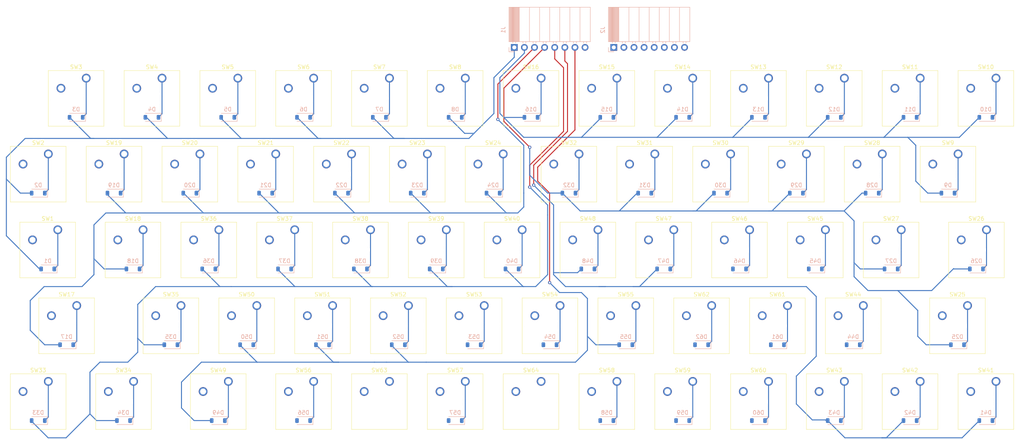
<source format=kicad_pcb>
(kicad_pcb (version 20221018) (generator pcbnew)

  (general
    (thickness 1.6)
  )

  (paper "A3")
  (layers
    (0 "F.Cu" signal)
    (31 "B.Cu" signal)
    (32 "B.Adhes" user "B.Adhesive")
    (33 "F.Adhes" user "F.Adhesive")
    (34 "B.Paste" user)
    (35 "F.Paste" user)
    (36 "B.SilkS" user "B.Silkscreen")
    (37 "F.SilkS" user "F.Silkscreen")
    (38 "B.Mask" user)
    (39 "F.Mask" user)
    (40 "Dwgs.User" user "User.Drawings")
    (41 "Cmts.User" user "User.Comments")
    (42 "Eco1.User" user "User.Eco1")
    (43 "Eco2.User" user "User.Eco2")
    (44 "Edge.Cuts" user)
    (45 "Margin" user)
    (46 "B.CrtYd" user "B.Courtyard")
    (47 "F.CrtYd" user "F.Courtyard")
    (48 "B.Fab" user)
    (49 "F.Fab" user)
    (50 "User.1" user)
    (51 "User.2" user)
    (52 "User.3" user)
    (53 "User.4" user)
    (54 "User.5" user)
    (55 "User.6" user)
    (56 "User.7" user)
    (57 "User.8" user)
    (58 "User.9" user)
  )

  (setup
    (pad_to_mask_clearance 0)
    (pcbplotparams
      (layerselection 0x00010fc_ffffffff)
      (plot_on_all_layers_selection 0x0000000_00000000)
      (disableapertmacros false)
      (usegerberextensions false)
      (usegerberattributes true)
      (usegerberadvancedattributes true)
      (creategerberjobfile true)
      (dashed_line_dash_ratio 12.000000)
      (dashed_line_gap_ratio 3.000000)
      (svgprecision 4)
      (plotframeref false)
      (viasonmask false)
      (mode 1)
      (useauxorigin false)
      (hpglpennumber 1)
      (hpglpenspeed 20)
      (hpglpendiameter 15.000000)
      (dxfpolygonmode true)
      (dxfimperialunits true)
      (dxfusepcbnewfont true)
      (psnegative false)
      (psa4output false)
      (plotreference true)
      (plotvalue true)
      (plotinvisibletext false)
      (sketchpadsonfab false)
      (subtractmaskfromsilk false)
      (outputformat 1)
      (mirror false)
      (drillshape 1)
      (scaleselection 1)
      (outputdirectory "")
    )
  )

  (net 0 "")
  (net 1 "Net-(D1-K)")
  (net 2 "Net-(D1-A)")
  (net 3 "Net-(D2-K)")
  (net 4 "Net-(D3-K)")
  (net 5 "Net-(D4-K)")
  (net 6 "Net-(D5-K)")
  (net 7 "Net-(D6-K)")
  (net 8 "Net-(D7-K)")
  (net 9 "Net-(D8-K)")
  (net 10 "Net-(D9-K)")
  (net 11 "Net-(D10-A)")
  (net 12 "Net-(D10-K)")
  (net 13 "Net-(D11-K)")
  (net 14 "Net-(D12-K)")
  (net 15 "Net-(D13-K)")
  (net 16 "Net-(D14-K)")
  (net 17 "Net-(D15-K)")
  (net 18 "Net-(D16-K)")
  (net 19 "Net-(D17-K)")
  (net 20 "Net-(D17-A)")
  (net 21 "Net-(D18-K)")
  (net 22 "Net-(D19-K)")
  (net 23 "Net-(D20-K)")
  (net 24 "Net-(D21-K)")
  (net 25 "Net-(D22-K)")
  (net 26 "Net-(D23-K)")
  (net 27 "Net-(D24-K)")
  (net 28 "Net-(D25-K)")
  (net 29 "Net-(D25-A)")
  (net 30 "Net-(D26-K)")
  (net 31 "Net-(D27-K)")
  (net 32 "Net-(D28-K)")
  (net 33 "Net-(D29-K)")
  (net 34 "Net-(D30-K)")
  (net 35 "Net-(D31-K)")
  (net 36 "Net-(D32-K)")
  (net 37 "Net-(D33-K)")
  (net 38 "Net-(D33-A)")
  (net 39 "Net-(D34-K)")
  (net 40 "Net-(D35-K)")
  (net 41 "Net-(D36-K)")
  (net 42 "Net-(D37-K)")
  (net 43 "Net-(D38-K)")
  (net 44 "Net-(D39-K)")
  (net 45 "Net-(D40-K)")
  (net 46 "Net-(D41-K)")
  (net 47 "Net-(D41-A)")
  (net 48 "Net-(D42-K)")
  (net 49 "Net-(D43-K)")
  (net 50 "Net-(D44-K)")
  (net 51 "Net-(D45-K)")
  (net 52 "Net-(D46-K)")
  (net 53 "Net-(D47-K)")
  (net 54 "Net-(D48-K)")
  (net 55 "Net-(D49-K)")
  (net 56 "Net-(D49-A)")
  (net 57 "Net-(D50-K)")
  (net 58 "Net-(D51-K)")
  (net 59 "Net-(D52-K)")
  (net 60 "Net-(D53-K)")
  (net 61 "Net-(D54-K)")
  (net 62 "Net-(D55-K)")
  (net 63 "Net-(D56-K)")
  (net 64 "Net-(D56-A)")
  (net 65 "Net-(D57-K)")
  (net 66 "Net-(D58-K)")
  (net 67 "Net-(D59-K)")
  (net 68 "Net-(D60-K)")
  (net 69 "Net-(D61-K)")
  (net 70 "Net-(D62-K)")
  (net 71 "Net-(J2-Pin_1)")
  (net 72 "Net-(J2-Pin_2)")
  (net 73 "Net-(J2-Pin_3)")
  (net 74 "Net-(J2-Pin_4)")
  (net 75 "Net-(J2-Pin_5)")
  (net 76 "Net-(J2-Pin_6)")
  (net 77 "Net-(J2-Pin_7)")
  (net 78 "Net-(J2-Pin_8)")
  (net 79 "unconnected-(SW63-Pad1)")
  (net 80 "unconnected-(SW63-Pad2)")
  (net 81 "unconnected-(SW64-Pad1)")
  (net 82 "unconnected-(SW64-Pad2)")

  (footprint "Button_Switch_Keyboard:SW_Cherry_MX_1.00u_PCB" (layer "F.Cu") (at 205.26375 197.32625))

  (footprint "Button_Switch_Keyboard:SW_Cherry_MX_1.25u_PCB" (layer "F.Cu") (at 140.97 197.32625))

  (footprint "Button_Switch_Keyboard:SW_Cherry_MX_1.00u_PCB" (layer "F.Cu") (at 333.85125 159.22625))

  (footprint "Button_Switch_Keyboard:SW_Cherry_MX_1.75u_PCB" (layer "F.Cu") (at 350.52 178.27625))

  (footprint "Button_Switch_Keyboard:SW_Cherry_MX_1.00u_PCB" (layer "F.Cu") (at 243.36375 197.32625))

  (footprint "Button_Switch_Keyboard:SW_Cherry_MX_1.00u_PCB" (layer "F.Cu") (at 229.07625 178.27625))

  (footprint "Button_Switch_Keyboard:SW_Cherry_MX_1.00u_PCB" (layer "F.Cu") (at 214.78875 140.17625))

  (footprint "Button_Switch_Keyboard:SW_Cherry_MX_1.00u_PCB" (layer "F.Cu") (at 157.63875 140.17625))

  (footprint "Button_Switch_Keyboard:SW_Cherry_MX_1.00u_PCB" (layer "F.Cu") (at 167.16375 121.12625))

  (footprint "Button_Switch_Keyboard:SW_Cherry_MX_1.00u_PCB" (layer "F.Cu") (at 276.70125 159.22625))

  (footprint "Button_Switch_Keyboard:SW_Cherry_MX_1.00u_PCB" (layer "F.Cu") (at 286.22625 178.27625))

  (footprint "Button_Switch_Keyboard:SW_Cherry_MX_1.00u_PCB" (layer "F.Cu") (at 262.41375 197.32625))

  (footprint "Button_Switch_Keyboard:SW_Cherry_MX_1.00u_PCB" (layer "F.Cu") (at 252.88875 140.17625))

  (footprint "Button_Switch_Keyboard:SW_Cherry_MX_1.75u_PCB" (layer "F.Cu") (at 126.6825 178.27625))

  (footprint "Button_Switch_Keyboard:SW_Cherry_MX_1.00u_PCB" (layer "F.Cu") (at 248.12625 178.27625))

  (footprint "Button_Switch_Keyboard:SW_Cherry_MX_1.00u_PCB" (layer "F.Cu") (at 181.45125 159.22625))

  (footprint "Button_Switch_Keyboard:SW_Cherry_MX_1.25u_PCB" (layer "F.Cu") (at 355.2825 159.22625))

  (footprint "Button_Switch_Keyboard:SW_Cherry_MX_1.00u_PCB" (layer "F.Cu") (at 310.03875 140.17625))

  (footprint "Button_Switch_Keyboard:SW_Cherry_MX_1.00u_PCB" (layer "F.Cu") (at 233.83875 140.17625))

  (footprint "Button_Switch_Keyboard:SW_Cherry_MX_1.00u_PCB" (layer "F.Cu") (at 324.32625 178.27625))

  (footprint "Button_Switch_Keyboard:SW_Cherry_MX_1.00u_PCB" (layer "F.Cu") (at 143.35125 159.22625))

  (footprint "Button_Switch_Keyboard:SW_Cherry_MX_1.00u_PCB" (layer "F.Cu") (at 238.60125 159.22625))

  (footprint "Button_Switch_Keyboard:SW_Cherry_MX_1.00u_PCB" (layer "F.Cu") (at 210.02625 178.27625))

  (footprint "Button_Switch_Keyboard:SW_Cherry_MX_1.00u_PCB" (layer "F.Cu") (at 171.92625 178.27625))

  (footprint "Button_Switch_Keyboard:SW_Cherry_MX_1.00u_PCB" (layer "F.Cu") (at 319.56375 121.12625))

  (footprint "Button_Switch_Keyboard:SW_Cherry_MX_1.00u_PCB" (layer "F.Cu") (at 186.21375 121.12625))

  (footprint "Button_Switch_Keyboard:SW_Cherry_MX_1.00u_PCB" (layer "F.Cu") (at 357.66375 197.32625))

  (footprint "Button_Switch_Keyboard:SW_Cherry_MX_1.00u_PCB" (layer "F.Cu") (at 224.31375 121.12625))

  (footprint "Button_Switch_Keyboard:SW_Cherry_MX_1.00u_PCB" (layer "F.Cu") (at 205.26375 121.12625))

  (footprint "Button_Switch_Keyboard:SW_Cherry_MX_1.00u_PCB" (layer "F.Cu") (at 119.53875 140.17625))

  (footprint "Button_Switch_Keyboard:SW_Cherry_MX_1.00u_PCB" (layer "F.Cu") (at 267.17625 178.27625))

  (footprint "Button_Switch_Keyboard:SW_Cherry_MX_1.00u_PCB" (layer "F.Cu") (at 290.98875 140.17625))

  (footprint "Button_Switch_Keyboard:SW_Cherry_MX_1.00u_PCB" (layer "F.Cu") (at 129.06375 121.12625))

  (footprint "Button_Switch_Keyboard:SW_Cherry_MX_1.00u_PCB" (layer "F.Cu") (at 319.56375 197.32625))

  (footprint "Button_Switch_Keyboard:SW_Cherry_MX_1.00u_PCB" (layer "F.Cu") (at 300.51375 197.32625))

  (footprint "Button_Switch_Keyboard:SW_Cherry_MX_1.00u_PCB" (layer "F.Cu") (at 271.93875 140.17625))

  (footprint "Button_Switch_Keyboard:SW_Cherry_MX_1.00u_PCB" (layer "F.Cu") (at 314.80125 159.22625))

  (footprint "Button_Switch_Keyboard:SW_Cherry_MX_1.00u_PCB" (layer "F.Cu") (at 348.13875 140.17625))

  (footprint "Button_Switch_Keyboard:SW_Cherry_MX_1.00u_PCB" (layer "F.Cu") (at 257.65125 159.22625))

  (footprint "Button_Switch_Keyboard:SW_Cherry_MX_1.00u_PCB" (layer "F.Cu") (at 300.51375 121.12625))

  (footprint "Button_Switch_Keyboard:SW_Cherry_MX_1.00u_PCB" (layer "F.Cu") (at 186.21375 197.32625))

  (footprint "Button_Switch_Keyboard:SW_Cherry_MX_1.25u_PCB" (layer "F.Cu")
    (tstamp a18bf5f9-e788-40ba-a91b-8b2efda1b6be)
    (at 121.92 159.22625)
    (descr "Cherry MX keyswitch, 1.25u, PCB mount, http://cherryamericas.com/wp-content/uploads/2014/12/mx_cat.pdf")
    (tags "Cherry MX keyswitch 1.25u PCB")
    (property "Sheetfile" "xantronix-z32.kicad_sch")
    (property "Sheetname" "")
    (property "ki_description" "Push button switch, generic, two pins")
    (property "ki_keywords" "switch normally-open pushbutton push-button")
    (path "/e76b9ee1-537d-4bb2-9fff-78ac2d601e07")
    (attr through_hole)
    (fp_text reference "SW1" (at -2.54 -2.794) (layer "F.SilkS")
        (effects (font (size 1 1) (thickness 0.15)))
      (tstamp 988b5319-14e2-4359-ac6a-47497a8c684a)
    )
    (fp_text value "SW_Push" (at -2.54 12.954) (layer "F.Fab")
        (effects (font (size 1 1) (thickness 0.15)))
      (tstamp c92f2bee-9db2-41b7-b81e-c0d25e6d89fc)
    )
    (fp_text user "${REFERENCE}" (at -2.54 -2.794) (layer "F.Fab")
        (effects (font (size 1 1) (thickness 0.15)))
      (tstamp 96fcb291-c433-4814-a3cf-a51eefbe09fd)
    )
    (fp_line (start -9.525 -1.905) (end 4.445 -1.905)
      (stroke (width 0.12) (type solid)) (layer "F.SilkS") (tstamp ea20c24e-61ef-41f6-88e3-7b6c070ddc32))
    (fp_line (start -9.525 12.065) (end -9.525 -1.905)
      (stroke (width 0.12) (type solid)) (layer "F.SilkS") (tstamp 5fa4a84d-75ae-4d2d-ad9e-48ce7698578c))
    (fp_line (start 4.445 -1.905) (end 4.445 12.065)
      (stroke (width 0.12) (type solid)) (layer "F.SilkS") (tstamp 66253bf2-e5b4-427d-8b4a-3b8b468bbcec))
    (fp_line (start 4.445 12.065) (end -9.525 12.065)
      (stroke (width 0.12) (type solid)) (layer "F.SilkS") (tstamp 9312d933-0465-43c2-a620-93c215eef9e7))
    (fp_line (start -14.44625 -4.445) (end 9.36625 -4.445)
      (stroke (width 0.15) (type solid)) (layer "Dwgs.User") (tstamp 7d01491d-09be-4a67-bcf0-116981247fee))
    (fp_line (start -14.44625 14.605) (end -14.44625 -4.445)
      (stroke (width 0.15) (type solid)) (layer "Dwgs.User") (tstamp e12cde89-d355-4d0b-9b41-59df053b810f))
    (fp_line (start 9.36625 -4.445) (end 9.36625 14.605)
      (stroke (width 0.15) (type solid)) (layer "Dwgs.User") (tstamp fff3cb0e-84d3-452d-b8d2-cb9899878e97))
    (fp_line (start 9.36625 14.605) (end -14.44625 14.605)
      (stroke (width 0.15) (type solid)) (layer "Dwgs.User") (tstamp 83232cba-482f-4edd
... [460289 chars truncated]
</source>
